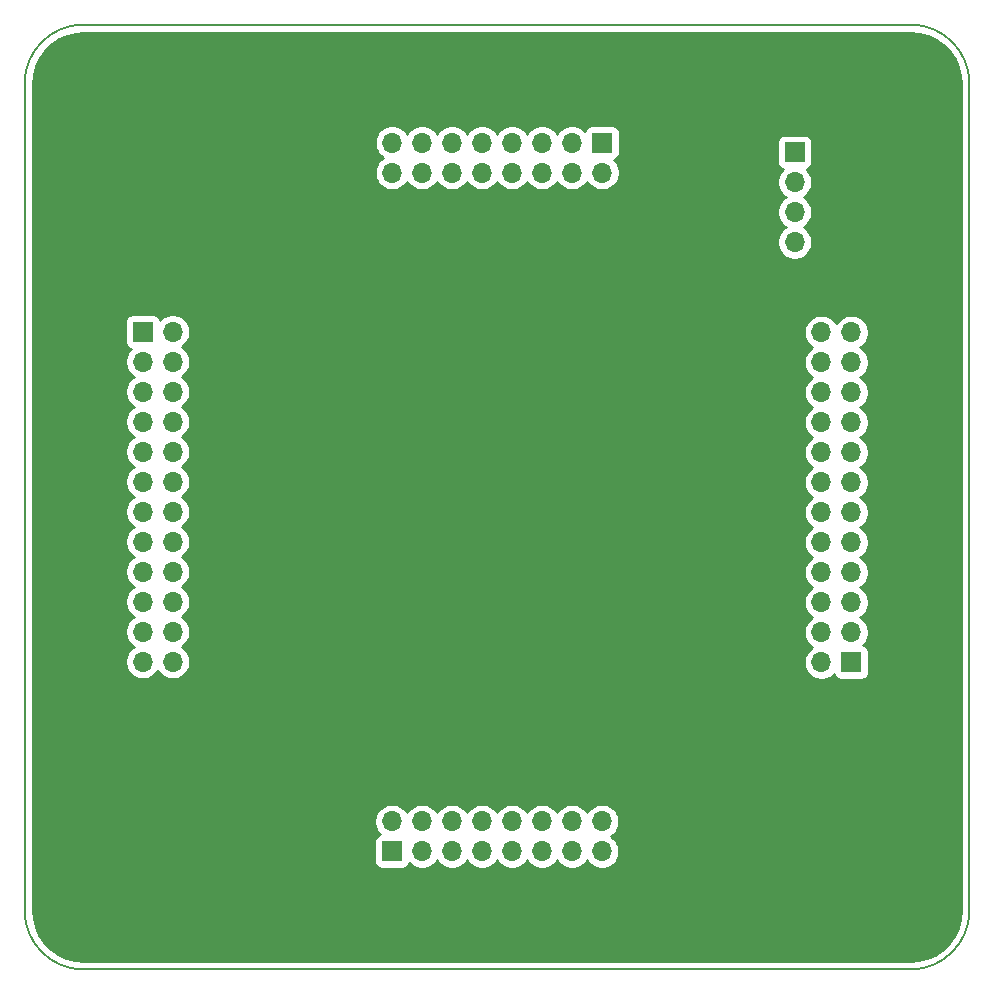
<source format=gbr>
G04 #@! TF.GenerationSoftware,KiCad,Pcbnew,5.1.6-c6e7f7d~86~ubuntu20.04.1*
G04 #@! TF.CreationDate,2020-05-17T15:59:45+03:00*
G04 #@! TF.ProjectId,GB-BRK-CPU-G2,47422d42-524b-42d4-9350-552d47322e6b,v1.1*
G04 #@! TF.SameCoordinates,Original*
G04 #@! TF.FileFunction,Copper,L2,Bot*
G04 #@! TF.FilePolarity,Positive*
%FSLAX46Y46*%
G04 Gerber Fmt 4.6, Leading zero omitted, Abs format (unit mm)*
G04 Created by KiCad (PCBNEW 5.1.6-c6e7f7d~86~ubuntu20.04.1) date 2020-05-17 15:59:45*
%MOMM*%
%LPD*%
G01*
G04 APERTURE LIST*
G04 #@! TA.AperFunction,Profile*
%ADD10C,0.150000*%
G04 #@! TD*
G04 #@! TA.AperFunction,ComponentPad*
%ADD11C,0.800000*%
G04 #@! TD*
G04 #@! TA.AperFunction,ComponentPad*
%ADD12C,6.400000*%
G04 #@! TD*
G04 #@! TA.AperFunction,ComponentPad*
%ADD13O,1.700000X1.700000*%
G04 #@! TD*
G04 #@! TA.AperFunction,ComponentPad*
%ADD14R,1.700000X1.700000*%
G04 #@! TD*
G04 #@! TA.AperFunction,ViaPad*
%ADD15C,0.800000*%
G04 #@! TD*
G04 #@! TA.AperFunction,Conductor*
%ADD16C,0.254000*%
G04 #@! TD*
G04 APERTURE END LIST*
D10*
X140000000Y-135000000D02*
G75*
G02*
X135000000Y-140000000I-5000000J0D01*
G01*
X65000000Y-140000000D02*
G75*
G02*
X60000000Y-135000000I0J5000000D01*
G01*
X60000000Y-65000000D02*
G75*
G02*
X65000000Y-60000000I5000000J0D01*
G01*
X135000000Y-60000000D02*
G75*
G02*
X140000000Y-65000000I0J-5000000D01*
G01*
X135000000Y-60000000D02*
X65000000Y-60000000D01*
X140000000Y-135000000D02*
X140000000Y-65000000D01*
X65000000Y-140000000D02*
X135000000Y-140000000D01*
X60000000Y-65000000D02*
X60000000Y-135000000D01*
D11*
X66697056Y-133302944D03*
X65000000Y-132600000D03*
X63302944Y-133302944D03*
X62600000Y-135000000D03*
X63302944Y-136697056D03*
X65000000Y-137400000D03*
X66697056Y-136697056D03*
X67400000Y-135000000D03*
D12*
X65000000Y-135000000D03*
D11*
X66697056Y-63302944D03*
X65000000Y-62600000D03*
X63302944Y-63302944D03*
X62600000Y-65000000D03*
X63302944Y-66697056D03*
X65000000Y-67400000D03*
X66697056Y-66697056D03*
X67400000Y-65000000D03*
D12*
X65000000Y-65000000D03*
D11*
X136697056Y-63302944D03*
X135000000Y-62600000D03*
X133302944Y-63302944D03*
X132600000Y-65000000D03*
X133302944Y-66697056D03*
X135000000Y-67400000D03*
X136697056Y-66697056D03*
X137400000Y-65000000D03*
D12*
X135000000Y-65000000D03*
D11*
X136697056Y-133302944D03*
X135000000Y-132600000D03*
X133302944Y-133302944D03*
X132600000Y-135000000D03*
X133302944Y-136697056D03*
X135000000Y-137400000D03*
X136697056Y-136697056D03*
X137400000Y-135000000D03*
D12*
X135000000Y-135000000D03*
D13*
X120400000Y-126920000D03*
X120400000Y-124380000D03*
X120400000Y-121840000D03*
D14*
X120400000Y-119300000D03*
D13*
X72540000Y-113940000D03*
X70000000Y-113940000D03*
X72540000Y-111400000D03*
X70000000Y-111400000D03*
X72540000Y-108860000D03*
X70000000Y-108860000D03*
X72540000Y-106320000D03*
X70000000Y-106320000D03*
X72540000Y-103780000D03*
X70000000Y-103780000D03*
X72540000Y-101240000D03*
X70000000Y-101240000D03*
X72540000Y-98700000D03*
X70000000Y-98700000D03*
X72540000Y-96160000D03*
X70000000Y-96160000D03*
X72540000Y-93620000D03*
X70000000Y-93620000D03*
X72540000Y-91080000D03*
X70000000Y-91080000D03*
X72540000Y-88540000D03*
X70000000Y-88540000D03*
X72540000Y-86000000D03*
D14*
X70000000Y-86000000D03*
D13*
X108880000Y-127460000D03*
X108880000Y-130000000D03*
X106340000Y-127460000D03*
X106340000Y-130000000D03*
X103800000Y-127460000D03*
X103800000Y-130000000D03*
X101260000Y-127460000D03*
X101260000Y-130000000D03*
X98720000Y-127460000D03*
X98720000Y-130000000D03*
X96180000Y-127460000D03*
X96180000Y-130000000D03*
X93640000Y-127460000D03*
X93640000Y-130000000D03*
X91100000Y-127460000D03*
D14*
X91100000Y-130000000D03*
D13*
X127460000Y-86060000D03*
X130000000Y-86060000D03*
X127460000Y-88600000D03*
X130000000Y-88600000D03*
X127460000Y-91140000D03*
X130000000Y-91140000D03*
X127460000Y-93680000D03*
X130000000Y-93680000D03*
X127460000Y-96220000D03*
X130000000Y-96220000D03*
X127460000Y-98760000D03*
X130000000Y-98760000D03*
X127460000Y-101300000D03*
X130000000Y-101300000D03*
X127460000Y-103840000D03*
X130000000Y-103840000D03*
X127460000Y-106380000D03*
X130000000Y-106380000D03*
X127460000Y-108920000D03*
X130000000Y-108920000D03*
X127460000Y-111460000D03*
X130000000Y-111460000D03*
X127460000Y-114000000D03*
D14*
X130000000Y-114000000D03*
D13*
X91120000Y-72540000D03*
X91120000Y-70000000D03*
X93660000Y-72540000D03*
X93660000Y-70000000D03*
X96200000Y-72540000D03*
X96200000Y-70000000D03*
X98740000Y-72540000D03*
X98740000Y-70000000D03*
X101280000Y-72540000D03*
X101280000Y-70000000D03*
X103820000Y-72540000D03*
X103820000Y-70000000D03*
X106360000Y-72540000D03*
X106360000Y-70000000D03*
X108900000Y-72540000D03*
D14*
X108900000Y-70000000D03*
D13*
X125200000Y-78420000D03*
X125200000Y-75880000D03*
X125200000Y-73340000D03*
D14*
X125200000Y-70800000D03*
D15*
X102400000Y-116700000D03*
X97600000Y-83300000D03*
X116700000Y-83300000D03*
X117300000Y-80200000D03*
X118500000Y-76600000D03*
X117800000Y-70400000D03*
D16*
G36*
X135759192Y-60780578D02*
G01*
X136494389Y-60981705D01*
X137182351Y-61309846D01*
X137801331Y-61754628D01*
X138331761Y-62301988D01*
X138756884Y-62934639D01*
X139063251Y-63632561D01*
X139242499Y-64379183D01*
X139290001Y-65026044D01*
X139290000Y-134968382D01*
X139219422Y-135759193D01*
X139018295Y-136494389D01*
X138690152Y-137182355D01*
X138245374Y-137801328D01*
X137698012Y-138331761D01*
X137065362Y-138756883D01*
X136367439Y-139063251D01*
X135620819Y-139242499D01*
X134973970Y-139290000D01*
X65031618Y-139290000D01*
X64240807Y-139219422D01*
X63505611Y-139018295D01*
X62817645Y-138690152D01*
X62198672Y-138245374D01*
X61668239Y-137698012D01*
X61243117Y-137065362D01*
X60936749Y-136367439D01*
X60757501Y-135620819D01*
X60710000Y-134973970D01*
X60710000Y-129150000D01*
X89611928Y-129150000D01*
X89611928Y-130850000D01*
X89624188Y-130974482D01*
X89660498Y-131094180D01*
X89719463Y-131204494D01*
X89798815Y-131301185D01*
X89895506Y-131380537D01*
X90005820Y-131439502D01*
X90125518Y-131475812D01*
X90250000Y-131488072D01*
X91950000Y-131488072D01*
X92074482Y-131475812D01*
X92194180Y-131439502D01*
X92304494Y-131380537D01*
X92401185Y-131301185D01*
X92480537Y-131204494D01*
X92539502Y-131094180D01*
X92561513Y-131021620D01*
X92693368Y-131153475D01*
X92936589Y-131315990D01*
X93206842Y-131427932D01*
X93493740Y-131485000D01*
X93786260Y-131485000D01*
X94073158Y-131427932D01*
X94343411Y-131315990D01*
X94586632Y-131153475D01*
X94793475Y-130946632D01*
X94910000Y-130772240D01*
X95026525Y-130946632D01*
X95233368Y-131153475D01*
X95476589Y-131315990D01*
X95746842Y-131427932D01*
X96033740Y-131485000D01*
X96326260Y-131485000D01*
X96613158Y-131427932D01*
X96883411Y-131315990D01*
X97126632Y-131153475D01*
X97333475Y-130946632D01*
X97450000Y-130772240D01*
X97566525Y-130946632D01*
X97773368Y-131153475D01*
X98016589Y-131315990D01*
X98286842Y-131427932D01*
X98573740Y-131485000D01*
X98866260Y-131485000D01*
X99153158Y-131427932D01*
X99423411Y-131315990D01*
X99666632Y-131153475D01*
X99873475Y-130946632D01*
X99990000Y-130772240D01*
X100106525Y-130946632D01*
X100313368Y-131153475D01*
X100556589Y-131315990D01*
X100826842Y-131427932D01*
X101113740Y-131485000D01*
X101406260Y-131485000D01*
X101693158Y-131427932D01*
X101963411Y-131315990D01*
X102206632Y-131153475D01*
X102413475Y-130946632D01*
X102530000Y-130772240D01*
X102646525Y-130946632D01*
X102853368Y-131153475D01*
X103096589Y-131315990D01*
X103366842Y-131427932D01*
X103653740Y-131485000D01*
X103946260Y-131485000D01*
X104233158Y-131427932D01*
X104503411Y-131315990D01*
X104746632Y-131153475D01*
X104953475Y-130946632D01*
X105070000Y-130772240D01*
X105186525Y-130946632D01*
X105393368Y-131153475D01*
X105636589Y-131315990D01*
X105906842Y-131427932D01*
X106193740Y-131485000D01*
X106486260Y-131485000D01*
X106773158Y-131427932D01*
X107043411Y-131315990D01*
X107286632Y-131153475D01*
X107493475Y-130946632D01*
X107610000Y-130772240D01*
X107726525Y-130946632D01*
X107933368Y-131153475D01*
X108176589Y-131315990D01*
X108446842Y-131427932D01*
X108733740Y-131485000D01*
X109026260Y-131485000D01*
X109313158Y-131427932D01*
X109583411Y-131315990D01*
X109826632Y-131153475D01*
X110033475Y-130946632D01*
X110195990Y-130703411D01*
X110307932Y-130433158D01*
X110365000Y-130146260D01*
X110365000Y-129853740D01*
X110307932Y-129566842D01*
X110195990Y-129296589D01*
X110033475Y-129053368D01*
X109826632Y-128846525D01*
X109652240Y-128730000D01*
X109826632Y-128613475D01*
X110033475Y-128406632D01*
X110195990Y-128163411D01*
X110307932Y-127893158D01*
X110365000Y-127606260D01*
X110365000Y-127313740D01*
X110307932Y-127026842D01*
X110195990Y-126756589D01*
X110033475Y-126513368D01*
X109826632Y-126306525D01*
X109583411Y-126144010D01*
X109313158Y-126032068D01*
X109026260Y-125975000D01*
X108733740Y-125975000D01*
X108446842Y-126032068D01*
X108176589Y-126144010D01*
X107933368Y-126306525D01*
X107726525Y-126513368D01*
X107610000Y-126687760D01*
X107493475Y-126513368D01*
X107286632Y-126306525D01*
X107043411Y-126144010D01*
X106773158Y-126032068D01*
X106486260Y-125975000D01*
X106193740Y-125975000D01*
X105906842Y-126032068D01*
X105636589Y-126144010D01*
X105393368Y-126306525D01*
X105186525Y-126513368D01*
X105070000Y-126687760D01*
X104953475Y-126513368D01*
X104746632Y-126306525D01*
X104503411Y-126144010D01*
X104233158Y-126032068D01*
X103946260Y-125975000D01*
X103653740Y-125975000D01*
X103366842Y-126032068D01*
X103096589Y-126144010D01*
X102853368Y-126306525D01*
X102646525Y-126513368D01*
X102530000Y-126687760D01*
X102413475Y-126513368D01*
X102206632Y-126306525D01*
X101963411Y-126144010D01*
X101693158Y-126032068D01*
X101406260Y-125975000D01*
X101113740Y-125975000D01*
X100826842Y-126032068D01*
X100556589Y-126144010D01*
X100313368Y-126306525D01*
X100106525Y-126513368D01*
X99990000Y-126687760D01*
X99873475Y-126513368D01*
X99666632Y-126306525D01*
X99423411Y-126144010D01*
X99153158Y-126032068D01*
X98866260Y-125975000D01*
X98573740Y-125975000D01*
X98286842Y-126032068D01*
X98016589Y-126144010D01*
X97773368Y-126306525D01*
X97566525Y-126513368D01*
X97450000Y-126687760D01*
X97333475Y-126513368D01*
X97126632Y-126306525D01*
X96883411Y-126144010D01*
X96613158Y-126032068D01*
X96326260Y-125975000D01*
X96033740Y-125975000D01*
X95746842Y-126032068D01*
X95476589Y-126144010D01*
X95233368Y-126306525D01*
X95026525Y-126513368D01*
X94910000Y-126687760D01*
X94793475Y-126513368D01*
X94586632Y-126306525D01*
X94343411Y-126144010D01*
X94073158Y-126032068D01*
X93786260Y-125975000D01*
X93493740Y-125975000D01*
X93206842Y-126032068D01*
X92936589Y-126144010D01*
X92693368Y-126306525D01*
X92486525Y-126513368D01*
X92370000Y-126687760D01*
X92253475Y-126513368D01*
X92046632Y-126306525D01*
X91803411Y-126144010D01*
X91533158Y-126032068D01*
X91246260Y-125975000D01*
X90953740Y-125975000D01*
X90666842Y-126032068D01*
X90396589Y-126144010D01*
X90153368Y-126306525D01*
X89946525Y-126513368D01*
X89784010Y-126756589D01*
X89672068Y-127026842D01*
X89615000Y-127313740D01*
X89615000Y-127606260D01*
X89672068Y-127893158D01*
X89784010Y-128163411D01*
X89946525Y-128406632D01*
X90078380Y-128538487D01*
X90005820Y-128560498D01*
X89895506Y-128619463D01*
X89798815Y-128698815D01*
X89719463Y-128795506D01*
X89660498Y-128905820D01*
X89624188Y-129025518D01*
X89611928Y-129150000D01*
X60710000Y-129150000D01*
X60710000Y-85150000D01*
X68511928Y-85150000D01*
X68511928Y-86850000D01*
X68524188Y-86974482D01*
X68560498Y-87094180D01*
X68619463Y-87204494D01*
X68698815Y-87301185D01*
X68795506Y-87380537D01*
X68905820Y-87439502D01*
X68978380Y-87461513D01*
X68846525Y-87593368D01*
X68684010Y-87836589D01*
X68572068Y-88106842D01*
X68515000Y-88393740D01*
X68515000Y-88686260D01*
X68572068Y-88973158D01*
X68684010Y-89243411D01*
X68846525Y-89486632D01*
X69053368Y-89693475D01*
X69227760Y-89810000D01*
X69053368Y-89926525D01*
X68846525Y-90133368D01*
X68684010Y-90376589D01*
X68572068Y-90646842D01*
X68515000Y-90933740D01*
X68515000Y-91226260D01*
X68572068Y-91513158D01*
X68684010Y-91783411D01*
X68846525Y-92026632D01*
X69053368Y-92233475D01*
X69227760Y-92350000D01*
X69053368Y-92466525D01*
X68846525Y-92673368D01*
X68684010Y-92916589D01*
X68572068Y-93186842D01*
X68515000Y-93473740D01*
X68515000Y-93766260D01*
X68572068Y-94053158D01*
X68684010Y-94323411D01*
X68846525Y-94566632D01*
X69053368Y-94773475D01*
X69227760Y-94890000D01*
X69053368Y-95006525D01*
X68846525Y-95213368D01*
X68684010Y-95456589D01*
X68572068Y-95726842D01*
X68515000Y-96013740D01*
X68515000Y-96306260D01*
X68572068Y-96593158D01*
X68684010Y-96863411D01*
X68846525Y-97106632D01*
X69053368Y-97313475D01*
X69227760Y-97430000D01*
X69053368Y-97546525D01*
X68846525Y-97753368D01*
X68684010Y-97996589D01*
X68572068Y-98266842D01*
X68515000Y-98553740D01*
X68515000Y-98846260D01*
X68572068Y-99133158D01*
X68684010Y-99403411D01*
X68846525Y-99646632D01*
X69053368Y-99853475D01*
X69227760Y-99970000D01*
X69053368Y-100086525D01*
X68846525Y-100293368D01*
X68684010Y-100536589D01*
X68572068Y-100806842D01*
X68515000Y-101093740D01*
X68515000Y-101386260D01*
X68572068Y-101673158D01*
X68684010Y-101943411D01*
X68846525Y-102186632D01*
X69053368Y-102393475D01*
X69227760Y-102510000D01*
X69053368Y-102626525D01*
X68846525Y-102833368D01*
X68684010Y-103076589D01*
X68572068Y-103346842D01*
X68515000Y-103633740D01*
X68515000Y-103926260D01*
X68572068Y-104213158D01*
X68684010Y-104483411D01*
X68846525Y-104726632D01*
X69053368Y-104933475D01*
X69227760Y-105050000D01*
X69053368Y-105166525D01*
X68846525Y-105373368D01*
X68684010Y-105616589D01*
X68572068Y-105886842D01*
X68515000Y-106173740D01*
X68515000Y-106466260D01*
X68572068Y-106753158D01*
X68684010Y-107023411D01*
X68846525Y-107266632D01*
X69053368Y-107473475D01*
X69227760Y-107590000D01*
X69053368Y-107706525D01*
X68846525Y-107913368D01*
X68684010Y-108156589D01*
X68572068Y-108426842D01*
X68515000Y-108713740D01*
X68515000Y-109006260D01*
X68572068Y-109293158D01*
X68684010Y-109563411D01*
X68846525Y-109806632D01*
X69053368Y-110013475D01*
X69227760Y-110130000D01*
X69053368Y-110246525D01*
X68846525Y-110453368D01*
X68684010Y-110696589D01*
X68572068Y-110966842D01*
X68515000Y-111253740D01*
X68515000Y-111546260D01*
X68572068Y-111833158D01*
X68684010Y-112103411D01*
X68846525Y-112346632D01*
X69053368Y-112553475D01*
X69227760Y-112670000D01*
X69053368Y-112786525D01*
X68846525Y-112993368D01*
X68684010Y-113236589D01*
X68572068Y-113506842D01*
X68515000Y-113793740D01*
X68515000Y-114086260D01*
X68572068Y-114373158D01*
X68684010Y-114643411D01*
X68846525Y-114886632D01*
X69053368Y-115093475D01*
X69296589Y-115255990D01*
X69566842Y-115367932D01*
X69853740Y-115425000D01*
X70146260Y-115425000D01*
X70433158Y-115367932D01*
X70703411Y-115255990D01*
X70946632Y-115093475D01*
X71153475Y-114886632D01*
X71270000Y-114712240D01*
X71386525Y-114886632D01*
X71593368Y-115093475D01*
X71836589Y-115255990D01*
X72106842Y-115367932D01*
X72393740Y-115425000D01*
X72686260Y-115425000D01*
X72973158Y-115367932D01*
X73243411Y-115255990D01*
X73486632Y-115093475D01*
X73693475Y-114886632D01*
X73855990Y-114643411D01*
X73967932Y-114373158D01*
X74025000Y-114086260D01*
X74025000Y-113793740D01*
X73967932Y-113506842D01*
X73855990Y-113236589D01*
X73693475Y-112993368D01*
X73486632Y-112786525D01*
X73312240Y-112670000D01*
X73486632Y-112553475D01*
X73693475Y-112346632D01*
X73855990Y-112103411D01*
X73967932Y-111833158D01*
X74025000Y-111546260D01*
X74025000Y-111253740D01*
X73967932Y-110966842D01*
X73855990Y-110696589D01*
X73693475Y-110453368D01*
X73486632Y-110246525D01*
X73312240Y-110130000D01*
X73486632Y-110013475D01*
X73693475Y-109806632D01*
X73855990Y-109563411D01*
X73967932Y-109293158D01*
X74025000Y-109006260D01*
X74025000Y-108713740D01*
X73967932Y-108426842D01*
X73855990Y-108156589D01*
X73693475Y-107913368D01*
X73486632Y-107706525D01*
X73312240Y-107590000D01*
X73486632Y-107473475D01*
X73693475Y-107266632D01*
X73855990Y-107023411D01*
X73967932Y-106753158D01*
X74025000Y-106466260D01*
X74025000Y-106173740D01*
X73967932Y-105886842D01*
X73855990Y-105616589D01*
X73693475Y-105373368D01*
X73486632Y-105166525D01*
X73312240Y-105050000D01*
X73486632Y-104933475D01*
X73693475Y-104726632D01*
X73855990Y-104483411D01*
X73967932Y-104213158D01*
X74025000Y-103926260D01*
X74025000Y-103633740D01*
X73967932Y-103346842D01*
X73855990Y-103076589D01*
X73693475Y-102833368D01*
X73486632Y-102626525D01*
X73312240Y-102510000D01*
X73486632Y-102393475D01*
X73693475Y-102186632D01*
X73855990Y-101943411D01*
X73967932Y-101673158D01*
X74025000Y-101386260D01*
X74025000Y-101093740D01*
X73967932Y-100806842D01*
X73855990Y-100536589D01*
X73693475Y-100293368D01*
X73486632Y-100086525D01*
X73312240Y-99970000D01*
X73486632Y-99853475D01*
X73693475Y-99646632D01*
X73855990Y-99403411D01*
X73967932Y-99133158D01*
X74025000Y-98846260D01*
X74025000Y-98553740D01*
X73967932Y-98266842D01*
X73855990Y-97996589D01*
X73693475Y-97753368D01*
X73486632Y-97546525D01*
X73312240Y-97430000D01*
X73486632Y-97313475D01*
X73693475Y-97106632D01*
X73855990Y-96863411D01*
X73967932Y-96593158D01*
X74025000Y-96306260D01*
X74025000Y-96013740D01*
X73967932Y-95726842D01*
X73855990Y-95456589D01*
X73693475Y-95213368D01*
X73486632Y-95006525D01*
X73312240Y-94890000D01*
X73486632Y-94773475D01*
X73693475Y-94566632D01*
X73855990Y-94323411D01*
X73967932Y-94053158D01*
X74025000Y-93766260D01*
X74025000Y-93473740D01*
X73967932Y-93186842D01*
X73855990Y-92916589D01*
X73693475Y-92673368D01*
X73486632Y-92466525D01*
X73312240Y-92350000D01*
X73486632Y-92233475D01*
X73693475Y-92026632D01*
X73855990Y-91783411D01*
X73967932Y-91513158D01*
X74025000Y-91226260D01*
X74025000Y-90933740D01*
X73967932Y-90646842D01*
X73855990Y-90376589D01*
X73693475Y-90133368D01*
X73486632Y-89926525D01*
X73312240Y-89810000D01*
X73486632Y-89693475D01*
X73693475Y-89486632D01*
X73855990Y-89243411D01*
X73967932Y-88973158D01*
X74025000Y-88686260D01*
X74025000Y-88393740D01*
X73967932Y-88106842D01*
X73855990Y-87836589D01*
X73693475Y-87593368D01*
X73486632Y-87386525D01*
X73312240Y-87270000D01*
X73486632Y-87153475D01*
X73693475Y-86946632D01*
X73855990Y-86703411D01*
X73967932Y-86433158D01*
X74025000Y-86146260D01*
X74025000Y-85913740D01*
X125975000Y-85913740D01*
X125975000Y-86206260D01*
X126032068Y-86493158D01*
X126144010Y-86763411D01*
X126306525Y-87006632D01*
X126513368Y-87213475D01*
X126687760Y-87330000D01*
X126513368Y-87446525D01*
X126306525Y-87653368D01*
X126144010Y-87896589D01*
X126032068Y-88166842D01*
X125975000Y-88453740D01*
X125975000Y-88746260D01*
X126032068Y-89033158D01*
X126144010Y-89303411D01*
X126306525Y-89546632D01*
X126513368Y-89753475D01*
X126687760Y-89870000D01*
X126513368Y-89986525D01*
X126306525Y-90193368D01*
X126144010Y-90436589D01*
X126032068Y-90706842D01*
X125975000Y-90993740D01*
X125975000Y-91286260D01*
X126032068Y-91573158D01*
X126144010Y-91843411D01*
X126306525Y-92086632D01*
X126513368Y-92293475D01*
X126687760Y-92410000D01*
X126513368Y-92526525D01*
X126306525Y-92733368D01*
X126144010Y-92976589D01*
X126032068Y-93246842D01*
X125975000Y-93533740D01*
X125975000Y-93826260D01*
X126032068Y-94113158D01*
X126144010Y-94383411D01*
X126306525Y-94626632D01*
X126513368Y-94833475D01*
X126687760Y-94950000D01*
X126513368Y-95066525D01*
X126306525Y-95273368D01*
X126144010Y-95516589D01*
X126032068Y-95786842D01*
X125975000Y-96073740D01*
X125975000Y-96366260D01*
X126032068Y-96653158D01*
X126144010Y-96923411D01*
X126306525Y-97166632D01*
X126513368Y-97373475D01*
X126687760Y-97490000D01*
X126513368Y-97606525D01*
X126306525Y-97813368D01*
X126144010Y-98056589D01*
X126032068Y-98326842D01*
X125975000Y-98613740D01*
X125975000Y-98906260D01*
X126032068Y-99193158D01*
X126144010Y-99463411D01*
X126306525Y-99706632D01*
X126513368Y-99913475D01*
X126687760Y-100030000D01*
X126513368Y-100146525D01*
X126306525Y-100353368D01*
X126144010Y-100596589D01*
X126032068Y-100866842D01*
X125975000Y-101153740D01*
X125975000Y-101446260D01*
X126032068Y-101733158D01*
X126144010Y-102003411D01*
X126306525Y-102246632D01*
X126513368Y-102453475D01*
X126687760Y-102570000D01*
X126513368Y-102686525D01*
X126306525Y-102893368D01*
X126144010Y-103136589D01*
X126032068Y-103406842D01*
X125975000Y-103693740D01*
X125975000Y-103986260D01*
X126032068Y-104273158D01*
X126144010Y-104543411D01*
X126306525Y-104786632D01*
X126513368Y-104993475D01*
X126687760Y-105110000D01*
X126513368Y-105226525D01*
X126306525Y-105433368D01*
X126144010Y-105676589D01*
X126032068Y-105946842D01*
X125975000Y-106233740D01*
X125975000Y-106526260D01*
X126032068Y-106813158D01*
X126144010Y-107083411D01*
X126306525Y-107326632D01*
X126513368Y-107533475D01*
X126687760Y-107650000D01*
X126513368Y-107766525D01*
X126306525Y-107973368D01*
X126144010Y-108216589D01*
X126032068Y-108486842D01*
X125975000Y-108773740D01*
X125975000Y-109066260D01*
X126032068Y-109353158D01*
X126144010Y-109623411D01*
X126306525Y-109866632D01*
X126513368Y-110073475D01*
X126687760Y-110190000D01*
X126513368Y-110306525D01*
X126306525Y-110513368D01*
X126144010Y-110756589D01*
X126032068Y-111026842D01*
X125975000Y-111313740D01*
X125975000Y-111606260D01*
X126032068Y-111893158D01*
X126144010Y-112163411D01*
X126306525Y-112406632D01*
X126513368Y-112613475D01*
X126687760Y-112730000D01*
X126513368Y-112846525D01*
X126306525Y-113053368D01*
X126144010Y-113296589D01*
X126032068Y-113566842D01*
X125975000Y-113853740D01*
X125975000Y-114146260D01*
X126032068Y-114433158D01*
X126144010Y-114703411D01*
X126306525Y-114946632D01*
X126513368Y-115153475D01*
X126756589Y-115315990D01*
X127026842Y-115427932D01*
X127313740Y-115485000D01*
X127606260Y-115485000D01*
X127893158Y-115427932D01*
X128163411Y-115315990D01*
X128406632Y-115153475D01*
X128538487Y-115021620D01*
X128560498Y-115094180D01*
X128619463Y-115204494D01*
X128698815Y-115301185D01*
X128795506Y-115380537D01*
X128905820Y-115439502D01*
X129025518Y-115475812D01*
X129150000Y-115488072D01*
X130850000Y-115488072D01*
X130974482Y-115475812D01*
X131094180Y-115439502D01*
X131204494Y-115380537D01*
X131301185Y-115301185D01*
X131380537Y-115204494D01*
X131439502Y-115094180D01*
X131475812Y-114974482D01*
X131488072Y-114850000D01*
X131488072Y-113150000D01*
X131475812Y-113025518D01*
X131439502Y-112905820D01*
X131380537Y-112795506D01*
X131301185Y-112698815D01*
X131204494Y-112619463D01*
X131094180Y-112560498D01*
X131021620Y-112538487D01*
X131153475Y-112406632D01*
X131315990Y-112163411D01*
X131427932Y-111893158D01*
X131485000Y-111606260D01*
X131485000Y-111313740D01*
X131427932Y-111026842D01*
X131315990Y-110756589D01*
X131153475Y-110513368D01*
X130946632Y-110306525D01*
X130772240Y-110190000D01*
X130946632Y-110073475D01*
X131153475Y-109866632D01*
X131315990Y-109623411D01*
X131427932Y-109353158D01*
X131485000Y-109066260D01*
X131485000Y-108773740D01*
X131427932Y-108486842D01*
X131315990Y-108216589D01*
X131153475Y-107973368D01*
X130946632Y-107766525D01*
X130772240Y-107650000D01*
X130946632Y-107533475D01*
X131153475Y-107326632D01*
X131315990Y-107083411D01*
X131427932Y-106813158D01*
X131485000Y-106526260D01*
X131485000Y-106233740D01*
X131427932Y-105946842D01*
X131315990Y-105676589D01*
X131153475Y-105433368D01*
X130946632Y-105226525D01*
X130772240Y-105110000D01*
X130946632Y-104993475D01*
X131153475Y-104786632D01*
X131315990Y-104543411D01*
X131427932Y-104273158D01*
X131485000Y-103986260D01*
X131485000Y-103693740D01*
X131427932Y-103406842D01*
X131315990Y-103136589D01*
X131153475Y-102893368D01*
X130946632Y-102686525D01*
X130772240Y-102570000D01*
X130946632Y-102453475D01*
X131153475Y-102246632D01*
X131315990Y-102003411D01*
X131427932Y-101733158D01*
X131485000Y-101446260D01*
X131485000Y-101153740D01*
X131427932Y-100866842D01*
X131315990Y-100596589D01*
X131153475Y-100353368D01*
X130946632Y-100146525D01*
X130772240Y-100030000D01*
X130946632Y-99913475D01*
X131153475Y-99706632D01*
X131315990Y-99463411D01*
X131427932Y-99193158D01*
X131485000Y-98906260D01*
X131485000Y-98613740D01*
X131427932Y-98326842D01*
X131315990Y-98056589D01*
X131153475Y-97813368D01*
X130946632Y-97606525D01*
X130772240Y-97490000D01*
X130946632Y-97373475D01*
X131153475Y-97166632D01*
X131315990Y-96923411D01*
X131427932Y-96653158D01*
X131485000Y-96366260D01*
X131485000Y-96073740D01*
X131427932Y-95786842D01*
X131315990Y-95516589D01*
X131153475Y-95273368D01*
X130946632Y-95066525D01*
X130772240Y-94950000D01*
X130946632Y-94833475D01*
X131153475Y-94626632D01*
X131315990Y-94383411D01*
X131427932Y-94113158D01*
X131485000Y-93826260D01*
X131485000Y-93533740D01*
X131427932Y-93246842D01*
X131315990Y-92976589D01*
X131153475Y-92733368D01*
X130946632Y-92526525D01*
X130772240Y-92410000D01*
X130946632Y-92293475D01*
X131153475Y-92086632D01*
X131315990Y-91843411D01*
X131427932Y-91573158D01*
X131485000Y-91286260D01*
X131485000Y-90993740D01*
X131427932Y-90706842D01*
X131315990Y-90436589D01*
X131153475Y-90193368D01*
X130946632Y-89986525D01*
X130772240Y-89870000D01*
X130946632Y-89753475D01*
X131153475Y-89546632D01*
X131315990Y-89303411D01*
X131427932Y-89033158D01*
X131485000Y-88746260D01*
X131485000Y-88453740D01*
X131427932Y-88166842D01*
X131315990Y-87896589D01*
X131153475Y-87653368D01*
X130946632Y-87446525D01*
X130772240Y-87330000D01*
X130946632Y-87213475D01*
X131153475Y-87006632D01*
X131315990Y-86763411D01*
X131427932Y-86493158D01*
X131485000Y-86206260D01*
X131485000Y-85913740D01*
X131427932Y-85626842D01*
X131315990Y-85356589D01*
X131153475Y-85113368D01*
X130946632Y-84906525D01*
X130703411Y-84744010D01*
X130433158Y-84632068D01*
X130146260Y-84575000D01*
X129853740Y-84575000D01*
X129566842Y-84632068D01*
X129296589Y-84744010D01*
X129053368Y-84906525D01*
X128846525Y-85113368D01*
X128730000Y-85287760D01*
X128613475Y-85113368D01*
X128406632Y-84906525D01*
X128163411Y-84744010D01*
X127893158Y-84632068D01*
X127606260Y-84575000D01*
X127313740Y-84575000D01*
X127026842Y-84632068D01*
X126756589Y-84744010D01*
X126513368Y-84906525D01*
X126306525Y-85113368D01*
X126144010Y-85356589D01*
X126032068Y-85626842D01*
X125975000Y-85913740D01*
X74025000Y-85913740D01*
X74025000Y-85853740D01*
X73967932Y-85566842D01*
X73855990Y-85296589D01*
X73693475Y-85053368D01*
X73486632Y-84846525D01*
X73243411Y-84684010D01*
X72973158Y-84572068D01*
X72686260Y-84515000D01*
X72393740Y-84515000D01*
X72106842Y-84572068D01*
X71836589Y-84684010D01*
X71593368Y-84846525D01*
X71461513Y-84978380D01*
X71439502Y-84905820D01*
X71380537Y-84795506D01*
X71301185Y-84698815D01*
X71204494Y-84619463D01*
X71094180Y-84560498D01*
X70974482Y-84524188D01*
X70850000Y-84511928D01*
X69150000Y-84511928D01*
X69025518Y-84524188D01*
X68905820Y-84560498D01*
X68795506Y-84619463D01*
X68698815Y-84698815D01*
X68619463Y-84795506D01*
X68560498Y-84905820D01*
X68524188Y-85025518D01*
X68511928Y-85150000D01*
X60710000Y-85150000D01*
X60710000Y-69853740D01*
X89635000Y-69853740D01*
X89635000Y-70146260D01*
X89692068Y-70433158D01*
X89804010Y-70703411D01*
X89966525Y-70946632D01*
X90173368Y-71153475D01*
X90347760Y-71270000D01*
X90173368Y-71386525D01*
X89966525Y-71593368D01*
X89804010Y-71836589D01*
X89692068Y-72106842D01*
X89635000Y-72393740D01*
X89635000Y-72686260D01*
X89692068Y-72973158D01*
X89804010Y-73243411D01*
X89966525Y-73486632D01*
X90173368Y-73693475D01*
X90416589Y-73855990D01*
X90686842Y-73967932D01*
X90973740Y-74025000D01*
X91266260Y-74025000D01*
X91553158Y-73967932D01*
X91823411Y-73855990D01*
X92066632Y-73693475D01*
X92273475Y-73486632D01*
X92390000Y-73312240D01*
X92506525Y-73486632D01*
X92713368Y-73693475D01*
X92956589Y-73855990D01*
X93226842Y-73967932D01*
X93513740Y-74025000D01*
X93806260Y-74025000D01*
X94093158Y-73967932D01*
X94363411Y-73855990D01*
X94606632Y-73693475D01*
X94813475Y-73486632D01*
X94930000Y-73312240D01*
X95046525Y-73486632D01*
X95253368Y-73693475D01*
X95496589Y-73855990D01*
X95766842Y-73967932D01*
X96053740Y-74025000D01*
X96346260Y-74025000D01*
X96633158Y-73967932D01*
X96903411Y-73855990D01*
X97146632Y-73693475D01*
X97353475Y-73486632D01*
X97470000Y-73312240D01*
X97586525Y-73486632D01*
X97793368Y-73693475D01*
X98036589Y-73855990D01*
X98306842Y-73967932D01*
X98593740Y-74025000D01*
X98886260Y-74025000D01*
X99173158Y-73967932D01*
X99443411Y-73855990D01*
X99686632Y-73693475D01*
X99893475Y-73486632D01*
X100010000Y-73312240D01*
X100126525Y-73486632D01*
X100333368Y-73693475D01*
X100576589Y-73855990D01*
X100846842Y-73967932D01*
X101133740Y-74025000D01*
X101426260Y-74025000D01*
X101713158Y-73967932D01*
X101983411Y-73855990D01*
X102226632Y-73693475D01*
X102433475Y-73486632D01*
X102550000Y-73312240D01*
X102666525Y-73486632D01*
X102873368Y-73693475D01*
X103116589Y-73855990D01*
X103386842Y-73967932D01*
X103673740Y-74025000D01*
X103966260Y-74025000D01*
X104253158Y-73967932D01*
X104523411Y-73855990D01*
X104766632Y-73693475D01*
X104973475Y-73486632D01*
X105090000Y-73312240D01*
X105206525Y-73486632D01*
X105413368Y-73693475D01*
X105656589Y-73855990D01*
X105926842Y-73967932D01*
X106213740Y-74025000D01*
X106506260Y-74025000D01*
X106793158Y-73967932D01*
X107063411Y-73855990D01*
X107306632Y-73693475D01*
X107513475Y-73486632D01*
X107630000Y-73312240D01*
X107746525Y-73486632D01*
X107953368Y-73693475D01*
X108196589Y-73855990D01*
X108466842Y-73967932D01*
X108753740Y-74025000D01*
X109046260Y-74025000D01*
X109333158Y-73967932D01*
X109603411Y-73855990D01*
X109846632Y-73693475D01*
X110053475Y-73486632D01*
X110215990Y-73243411D01*
X110327932Y-72973158D01*
X110385000Y-72686260D01*
X110385000Y-72393740D01*
X110327932Y-72106842D01*
X110215990Y-71836589D01*
X110053475Y-71593368D01*
X109921620Y-71461513D01*
X109994180Y-71439502D01*
X110104494Y-71380537D01*
X110201185Y-71301185D01*
X110280537Y-71204494D01*
X110339502Y-71094180D01*
X110375812Y-70974482D01*
X110388072Y-70850000D01*
X110388072Y-69950000D01*
X123711928Y-69950000D01*
X123711928Y-71650000D01*
X123724188Y-71774482D01*
X123760498Y-71894180D01*
X123819463Y-72004494D01*
X123898815Y-72101185D01*
X123995506Y-72180537D01*
X124105820Y-72239502D01*
X124178380Y-72261513D01*
X124046525Y-72393368D01*
X123884010Y-72636589D01*
X123772068Y-72906842D01*
X123715000Y-73193740D01*
X123715000Y-73486260D01*
X123772068Y-73773158D01*
X123884010Y-74043411D01*
X124046525Y-74286632D01*
X124253368Y-74493475D01*
X124427760Y-74610000D01*
X124253368Y-74726525D01*
X124046525Y-74933368D01*
X123884010Y-75176589D01*
X123772068Y-75446842D01*
X123715000Y-75733740D01*
X123715000Y-76026260D01*
X123772068Y-76313158D01*
X123884010Y-76583411D01*
X124046525Y-76826632D01*
X124253368Y-77033475D01*
X124427760Y-77150000D01*
X124253368Y-77266525D01*
X124046525Y-77473368D01*
X123884010Y-77716589D01*
X123772068Y-77986842D01*
X123715000Y-78273740D01*
X123715000Y-78566260D01*
X123772068Y-78853158D01*
X123884010Y-79123411D01*
X124046525Y-79366632D01*
X124253368Y-79573475D01*
X124496589Y-79735990D01*
X124766842Y-79847932D01*
X125053740Y-79905000D01*
X125346260Y-79905000D01*
X125633158Y-79847932D01*
X125903411Y-79735990D01*
X126146632Y-79573475D01*
X126353475Y-79366632D01*
X126515990Y-79123411D01*
X126627932Y-78853158D01*
X126685000Y-78566260D01*
X126685000Y-78273740D01*
X126627932Y-77986842D01*
X126515990Y-77716589D01*
X126353475Y-77473368D01*
X126146632Y-77266525D01*
X125972240Y-77150000D01*
X126146632Y-77033475D01*
X126353475Y-76826632D01*
X126515990Y-76583411D01*
X126627932Y-76313158D01*
X126685000Y-76026260D01*
X126685000Y-75733740D01*
X126627932Y-75446842D01*
X126515990Y-75176589D01*
X126353475Y-74933368D01*
X126146632Y-74726525D01*
X125972240Y-74610000D01*
X126146632Y-74493475D01*
X126353475Y-74286632D01*
X126515990Y-74043411D01*
X126627932Y-73773158D01*
X126685000Y-73486260D01*
X126685000Y-73193740D01*
X126627932Y-72906842D01*
X126515990Y-72636589D01*
X126353475Y-72393368D01*
X126221620Y-72261513D01*
X126294180Y-72239502D01*
X126404494Y-72180537D01*
X126501185Y-72101185D01*
X126580537Y-72004494D01*
X126639502Y-71894180D01*
X126675812Y-71774482D01*
X126688072Y-71650000D01*
X126688072Y-69950000D01*
X126675812Y-69825518D01*
X126639502Y-69705820D01*
X126580537Y-69595506D01*
X126501185Y-69498815D01*
X126404494Y-69419463D01*
X126294180Y-69360498D01*
X126174482Y-69324188D01*
X126050000Y-69311928D01*
X124350000Y-69311928D01*
X124225518Y-69324188D01*
X124105820Y-69360498D01*
X123995506Y-69419463D01*
X123898815Y-69498815D01*
X123819463Y-69595506D01*
X123760498Y-69705820D01*
X123724188Y-69825518D01*
X123711928Y-69950000D01*
X110388072Y-69950000D01*
X110388072Y-69150000D01*
X110375812Y-69025518D01*
X110339502Y-68905820D01*
X110280537Y-68795506D01*
X110201185Y-68698815D01*
X110104494Y-68619463D01*
X109994180Y-68560498D01*
X109874482Y-68524188D01*
X109750000Y-68511928D01*
X108050000Y-68511928D01*
X107925518Y-68524188D01*
X107805820Y-68560498D01*
X107695506Y-68619463D01*
X107598815Y-68698815D01*
X107519463Y-68795506D01*
X107460498Y-68905820D01*
X107438487Y-68978380D01*
X107306632Y-68846525D01*
X107063411Y-68684010D01*
X106793158Y-68572068D01*
X106506260Y-68515000D01*
X106213740Y-68515000D01*
X105926842Y-68572068D01*
X105656589Y-68684010D01*
X105413368Y-68846525D01*
X105206525Y-69053368D01*
X105090000Y-69227760D01*
X104973475Y-69053368D01*
X104766632Y-68846525D01*
X104523411Y-68684010D01*
X104253158Y-68572068D01*
X103966260Y-68515000D01*
X103673740Y-68515000D01*
X103386842Y-68572068D01*
X103116589Y-68684010D01*
X102873368Y-68846525D01*
X102666525Y-69053368D01*
X102550000Y-69227760D01*
X102433475Y-69053368D01*
X102226632Y-68846525D01*
X101983411Y-68684010D01*
X101713158Y-68572068D01*
X101426260Y-68515000D01*
X101133740Y-68515000D01*
X100846842Y-68572068D01*
X100576589Y-68684010D01*
X100333368Y-68846525D01*
X100126525Y-69053368D01*
X100010000Y-69227760D01*
X99893475Y-69053368D01*
X99686632Y-68846525D01*
X99443411Y-68684010D01*
X99173158Y-68572068D01*
X98886260Y-68515000D01*
X98593740Y-68515000D01*
X98306842Y-68572068D01*
X98036589Y-68684010D01*
X97793368Y-68846525D01*
X97586525Y-69053368D01*
X97470000Y-69227760D01*
X97353475Y-69053368D01*
X97146632Y-68846525D01*
X96903411Y-68684010D01*
X96633158Y-68572068D01*
X96346260Y-68515000D01*
X96053740Y-68515000D01*
X95766842Y-68572068D01*
X95496589Y-68684010D01*
X95253368Y-68846525D01*
X95046525Y-69053368D01*
X94930000Y-69227760D01*
X94813475Y-69053368D01*
X94606632Y-68846525D01*
X94363411Y-68684010D01*
X94093158Y-68572068D01*
X93806260Y-68515000D01*
X93513740Y-68515000D01*
X93226842Y-68572068D01*
X92956589Y-68684010D01*
X92713368Y-68846525D01*
X92506525Y-69053368D01*
X92390000Y-69227760D01*
X92273475Y-69053368D01*
X92066632Y-68846525D01*
X91823411Y-68684010D01*
X91553158Y-68572068D01*
X91266260Y-68515000D01*
X90973740Y-68515000D01*
X90686842Y-68572068D01*
X90416589Y-68684010D01*
X90173368Y-68846525D01*
X89966525Y-69053368D01*
X89804010Y-69296589D01*
X89692068Y-69566842D01*
X89635000Y-69853740D01*
X60710000Y-69853740D01*
X60710000Y-65031618D01*
X60780578Y-64240808D01*
X60981705Y-63505611D01*
X61309846Y-62817649D01*
X61754628Y-62198669D01*
X62301988Y-61668239D01*
X62934639Y-61243116D01*
X63632561Y-60936749D01*
X64379183Y-60757501D01*
X65026030Y-60710000D01*
X134968382Y-60710000D01*
X135759192Y-60780578D01*
G37*
X135759192Y-60780578D02*
X136494389Y-60981705D01*
X137182351Y-61309846D01*
X137801331Y-61754628D01*
X138331761Y-62301988D01*
X138756884Y-62934639D01*
X139063251Y-63632561D01*
X139242499Y-64379183D01*
X139290001Y-65026044D01*
X139290000Y-134968382D01*
X139219422Y-135759193D01*
X139018295Y-136494389D01*
X138690152Y-137182355D01*
X138245374Y-137801328D01*
X137698012Y-138331761D01*
X137065362Y-138756883D01*
X136367439Y-139063251D01*
X135620819Y-139242499D01*
X134973970Y-139290000D01*
X65031618Y-139290000D01*
X64240807Y-139219422D01*
X63505611Y-139018295D01*
X62817645Y-138690152D01*
X62198672Y-138245374D01*
X61668239Y-137698012D01*
X61243117Y-137065362D01*
X60936749Y-136367439D01*
X60757501Y-135620819D01*
X60710000Y-134973970D01*
X60710000Y-129150000D01*
X89611928Y-129150000D01*
X89611928Y-130850000D01*
X89624188Y-130974482D01*
X89660498Y-131094180D01*
X89719463Y-131204494D01*
X89798815Y-131301185D01*
X89895506Y-131380537D01*
X90005820Y-131439502D01*
X90125518Y-131475812D01*
X90250000Y-131488072D01*
X91950000Y-131488072D01*
X92074482Y-131475812D01*
X92194180Y-131439502D01*
X92304494Y-131380537D01*
X92401185Y-131301185D01*
X92480537Y-131204494D01*
X92539502Y-131094180D01*
X92561513Y-131021620D01*
X92693368Y-131153475D01*
X92936589Y-131315990D01*
X93206842Y-131427932D01*
X93493740Y-131485000D01*
X93786260Y-131485000D01*
X94073158Y-131427932D01*
X94343411Y-131315990D01*
X94586632Y-131153475D01*
X94793475Y-130946632D01*
X94910000Y-130772240D01*
X95026525Y-130946632D01*
X95233368Y-131153475D01*
X95476589Y-131315990D01*
X95746842Y-131427932D01*
X96033740Y-131485000D01*
X96326260Y-131485000D01*
X96613158Y-131427932D01*
X96883411Y-131315990D01*
X97126632Y-131153475D01*
X97333475Y-130946632D01*
X97450000Y-130772240D01*
X97566525Y-130946632D01*
X97773368Y-131153475D01*
X98016589Y-131315990D01*
X98286842Y-131427932D01*
X98573740Y-131485000D01*
X98866260Y-131485000D01*
X99153158Y-131427932D01*
X99423411Y-131315990D01*
X99666632Y-131153475D01*
X99873475Y-130946632D01*
X99990000Y-130772240D01*
X100106525Y-130946632D01*
X100313368Y-131153475D01*
X100556589Y-131315990D01*
X100826842Y-131427932D01*
X101113740Y-131485000D01*
X101406260Y-131485000D01*
X101693158Y-131427932D01*
X101963411Y-131315990D01*
X102206632Y-131153475D01*
X102413475Y-130946632D01*
X102530000Y-130772240D01*
X102646525Y-130946632D01*
X102853368Y-131153475D01*
X103096589Y-131315990D01*
X103366842Y-131427932D01*
X103653740Y-131485000D01*
X103946260Y-131485000D01*
X104233158Y-131427932D01*
X104503411Y-131315990D01*
X104746632Y-131153475D01*
X104953475Y-130946632D01*
X105070000Y-130772240D01*
X105186525Y-130946632D01*
X105393368Y-131153475D01*
X105636589Y-131315990D01*
X105906842Y-131427932D01*
X106193740Y-131485000D01*
X106486260Y-131485000D01*
X106773158Y-131427932D01*
X107043411Y-131315990D01*
X107286632Y-131153475D01*
X107493475Y-130946632D01*
X107610000Y-130772240D01*
X107726525Y-130946632D01*
X107933368Y-131153475D01*
X108176589Y-131315990D01*
X108446842Y-131427932D01*
X108733740Y-131485000D01*
X109026260Y-131485000D01*
X109313158Y-131427932D01*
X109583411Y-131315990D01*
X109826632Y-131153475D01*
X110033475Y-130946632D01*
X110195990Y-130703411D01*
X110307932Y-130433158D01*
X110365000Y-130146260D01*
X110365000Y-129853740D01*
X110307932Y-129566842D01*
X110195990Y-129296589D01*
X110033475Y-129053368D01*
X109826632Y-128846525D01*
X109652240Y-128730000D01*
X109826632Y-128613475D01*
X110033475Y-128406632D01*
X110195990Y-128163411D01*
X110307932Y-127893158D01*
X110365000Y-127606260D01*
X110365000Y-127313740D01*
X110307932Y-127026842D01*
X110195990Y-126756589D01*
X110033475Y-126513368D01*
X109826632Y-126306525D01*
X109583411Y-126144010D01*
X109313158Y-126032068D01*
X109026260Y-125975000D01*
X108733740Y-125975000D01*
X108446842Y-126032068D01*
X108176589Y-126144010D01*
X107933368Y-126306525D01*
X107726525Y-126513368D01*
X107610000Y-126687760D01*
X107493475Y-126513368D01*
X107286632Y-126306525D01*
X107043411Y-126144010D01*
X106773158Y-126032068D01*
X106486260Y-125975000D01*
X106193740Y-125975000D01*
X105906842Y-126032068D01*
X105636589Y-126144010D01*
X105393368Y-126306525D01*
X105186525Y-126513368D01*
X105070000Y-126687760D01*
X104953475Y-126513368D01*
X104746632Y-126306525D01*
X104503411Y-126144010D01*
X104233158Y-126032068D01*
X103946260Y-125975000D01*
X103653740Y-125975000D01*
X103366842Y-126032068D01*
X103096589Y-126144010D01*
X102853368Y-126306525D01*
X102646525Y-126513368D01*
X102530000Y-126687760D01*
X102413475Y-126513368D01*
X102206632Y-126306525D01*
X101963411Y-126144010D01*
X101693158Y-126032068D01*
X101406260Y-125975000D01*
X101113740Y-125975000D01*
X100826842Y-126032068D01*
X100556589Y-126144010D01*
X100313368Y-126306525D01*
X100106525Y-126513368D01*
X99990000Y-126687760D01*
X99873475Y-126513368D01*
X99666632Y-126306525D01*
X99423411Y-126144010D01*
X99153158Y-126032068D01*
X98866260Y-125975000D01*
X98573740Y-125975000D01*
X98286842Y-126032068D01*
X98016589Y-126144010D01*
X97773368Y-126306525D01*
X97566525Y-126513368D01*
X97450000Y-126687760D01*
X97333475Y-126513368D01*
X97126632Y-126306525D01*
X96883411Y-126144010D01*
X96613158Y-126032068D01*
X96326260Y-125975000D01*
X96033740Y-125975000D01*
X95746842Y-126032068D01*
X95476589Y-126144010D01*
X95233368Y-126306525D01*
X95026525Y-126513368D01*
X94910000Y-126687760D01*
X94793475Y-126513368D01*
X94586632Y-126306525D01*
X94343411Y-126144010D01*
X94073158Y-126032068D01*
X93786260Y-125975000D01*
X93493740Y-125975000D01*
X93206842Y-126032068D01*
X92936589Y-126144010D01*
X92693368Y-126306525D01*
X92486525Y-126513368D01*
X92370000Y-126687760D01*
X92253475Y-126513368D01*
X92046632Y-126306525D01*
X91803411Y-126144010D01*
X91533158Y-126032068D01*
X91246260Y-125975000D01*
X90953740Y-125975000D01*
X90666842Y-126032068D01*
X90396589Y-126144010D01*
X90153368Y-126306525D01*
X89946525Y-126513368D01*
X89784010Y-126756589D01*
X89672068Y-127026842D01*
X89615000Y-127313740D01*
X89615000Y-127606260D01*
X89672068Y-127893158D01*
X89784010Y-128163411D01*
X89946525Y-128406632D01*
X90078380Y-128538487D01*
X90005820Y-128560498D01*
X89895506Y-128619463D01*
X89798815Y-128698815D01*
X89719463Y-128795506D01*
X89660498Y-128905820D01*
X89624188Y-129025518D01*
X89611928Y-129150000D01*
X60710000Y-129150000D01*
X60710000Y-85150000D01*
X68511928Y-85150000D01*
X68511928Y-86850000D01*
X68524188Y-86974482D01*
X68560498Y-87094180D01*
X68619463Y-87204494D01*
X68698815Y-87301185D01*
X68795506Y-87380537D01*
X68905820Y-87439502D01*
X68978380Y-87461513D01*
X68846525Y-87593368D01*
X68684010Y-87836589D01*
X68572068Y-88106842D01*
X68515000Y-88393740D01*
X68515000Y-88686260D01*
X68572068Y-88973158D01*
X68684010Y-89243411D01*
X68846525Y-89486632D01*
X69053368Y-89693475D01*
X69227760Y-89810000D01*
X69053368Y-89926525D01*
X68846525Y-90133368D01*
X68684010Y-90376589D01*
X68572068Y-90646842D01*
X68515000Y-90933740D01*
X68515000Y-91226260D01*
X68572068Y-91513158D01*
X68684010Y-91783411D01*
X68846525Y-92026632D01*
X69053368Y-92233475D01*
X69227760Y-92350000D01*
X69053368Y-92466525D01*
X68846525Y-92673368D01*
X68684010Y-92916589D01*
X68572068Y-93186842D01*
X68515000Y-93473740D01*
X68515000Y-93766260D01*
X68572068Y-94053158D01*
X68684010Y-94323411D01*
X68846525Y-94566632D01*
X69053368Y-94773475D01*
X69227760Y-94890000D01*
X69053368Y-95006525D01*
X68846525Y-95213368D01*
X68684010Y-95456589D01*
X68572068Y-95726842D01*
X68515000Y-96013740D01*
X68515000Y-96306260D01*
X68572068Y-96593158D01*
X68684010Y-96863411D01*
X68846525Y-97106632D01*
X69053368Y-97313475D01*
X69227760Y-97430000D01*
X69053368Y-97546525D01*
X68846525Y-97753368D01*
X68684010Y-97996589D01*
X68572068Y-98266842D01*
X68515000Y-98553740D01*
X68515000Y-98846260D01*
X68572068Y-99133158D01*
X68684010Y-99403411D01*
X68846525Y-99646632D01*
X69053368Y-99853475D01*
X69227760Y-99970000D01*
X69053368Y-100086525D01*
X68846525Y-100293368D01*
X68684010Y-100536589D01*
X68572068Y-100806842D01*
X68515000Y-101093740D01*
X68515000Y-101386260D01*
X68572068Y-101673158D01*
X68684010Y-101943411D01*
X68846525Y-102186632D01*
X69053368Y-102393475D01*
X69227760Y-102510000D01*
X69053368Y-102626525D01*
X68846525Y-102833368D01*
X68684010Y-103076589D01*
X68572068Y-103346842D01*
X68515000Y-103633740D01*
X68515000Y-103926260D01*
X68572068Y-104213158D01*
X68684010Y-104483411D01*
X68846525Y-104726632D01*
X69053368Y-104933475D01*
X69227760Y-105050000D01*
X69053368Y-105166525D01*
X68846525Y-105373368D01*
X68684010Y-105616589D01*
X68572068Y-105886842D01*
X68515000Y-106173740D01*
X68515000Y-106466260D01*
X68572068Y-106753158D01*
X68684010Y-107023411D01*
X68846525Y-107266632D01*
X69053368Y-107473475D01*
X69227760Y-107590000D01*
X69053368Y-107706525D01*
X68846525Y-107913368D01*
X68684010Y-108156589D01*
X68572068Y-108426842D01*
X68515000Y-108713740D01*
X68515000Y-109006260D01*
X68572068Y-109293158D01*
X68684010Y-109563411D01*
X68846525Y-109806632D01*
X69053368Y-110013475D01*
X69227760Y-110130000D01*
X69053368Y-110246525D01*
X68846525Y-110453368D01*
X68684010Y-110696589D01*
X68572068Y-110966842D01*
X68515000Y-111253740D01*
X68515000Y-111546260D01*
X68572068Y-111833158D01*
X68684010Y-112103411D01*
X68846525Y-112346632D01*
X69053368Y-112553475D01*
X69227760Y-112670000D01*
X69053368Y-112786525D01*
X68846525Y-112993368D01*
X68684010Y-113236589D01*
X68572068Y-113506842D01*
X68515000Y-113793740D01*
X68515000Y-114086260D01*
X68572068Y-114373158D01*
X68684010Y-114643411D01*
X68846525Y-114886632D01*
X69053368Y-115093475D01*
X69296589Y-115255990D01*
X69566842Y-115367932D01*
X69853740Y-115425000D01*
X70146260Y-115425000D01*
X70433158Y-115367932D01*
X70703411Y-115255990D01*
X70946632Y-115093475D01*
X71153475Y-114886632D01*
X71270000Y-114712240D01*
X71386525Y-114886632D01*
X71593368Y-115093475D01*
X71836589Y-115255990D01*
X72106842Y-115367932D01*
X72393740Y-115425000D01*
X72686260Y-115425000D01*
X72973158Y-115367932D01*
X73243411Y-115255990D01*
X73486632Y-115093475D01*
X73693475Y-114886632D01*
X73855990Y-114643411D01*
X73967932Y-114373158D01*
X74025000Y-114086260D01*
X74025000Y-113793740D01*
X73967932Y-113506842D01*
X73855990Y-113236589D01*
X73693475Y-112993368D01*
X73486632Y-112786525D01*
X73312240Y-112670000D01*
X73486632Y-112553475D01*
X73693475Y-112346632D01*
X73855990Y-112103411D01*
X73967932Y-111833158D01*
X74025000Y-111546260D01*
X74025000Y-111253740D01*
X73967932Y-110966842D01*
X73855990Y-110696589D01*
X73693475Y-110453368D01*
X73486632Y-110246525D01*
X73312240Y-110130000D01*
X73486632Y-110013475D01*
X73693475Y-109806632D01*
X73855990Y-109563411D01*
X73967932Y-109293158D01*
X74025000Y-109006260D01*
X74025000Y-108713740D01*
X73967932Y-108426842D01*
X73855990Y-108156589D01*
X73693475Y-107913368D01*
X73486632Y-107706525D01*
X73312240Y-107590000D01*
X73486632Y-107473475D01*
X73693475Y-107266632D01*
X73855990Y-107023411D01*
X73967932Y-106753158D01*
X74025000Y-106466260D01*
X74025000Y-106173740D01*
X73967932Y-105886842D01*
X73855990Y-105616589D01*
X73693475Y-105373368D01*
X73486632Y-105166525D01*
X73312240Y-105050000D01*
X73486632Y-104933475D01*
X73693475Y-104726632D01*
X73855990Y-104483411D01*
X73967932Y-104213158D01*
X74025000Y-103926260D01*
X74025000Y-103633740D01*
X73967932Y-103346842D01*
X73855990Y-103076589D01*
X73693475Y-102833368D01*
X73486632Y-102626525D01*
X73312240Y-102510000D01*
X73486632Y-102393475D01*
X73693475Y-102186632D01*
X73855990Y-101943411D01*
X73967932Y-101673158D01*
X74025000Y-101386260D01*
X74025000Y-101093740D01*
X73967932Y-100806842D01*
X73855990Y-100536589D01*
X73693475Y-100293368D01*
X73486632Y-100086525D01*
X73312240Y-99970000D01*
X73486632Y-99853475D01*
X73693475Y-99646632D01*
X73855990Y-99403411D01*
X73967932Y-99133158D01*
X74025000Y-98846260D01*
X74025000Y-98553740D01*
X73967932Y-98266842D01*
X73855990Y-97996589D01*
X73693475Y-97753368D01*
X73486632Y-97546525D01*
X73312240Y-97430000D01*
X73486632Y-97313475D01*
X73693475Y-97106632D01*
X73855990Y-96863411D01*
X73967932Y-96593158D01*
X74025000Y-96306260D01*
X74025000Y-96013740D01*
X73967932Y-95726842D01*
X73855990Y-95456589D01*
X73693475Y-95213368D01*
X73486632Y-95006525D01*
X73312240Y-94890000D01*
X73486632Y-94773475D01*
X73693475Y-94566632D01*
X73855990Y-94323411D01*
X73967932Y-94053158D01*
X74025000Y-93766260D01*
X74025000Y-93473740D01*
X73967932Y-93186842D01*
X73855990Y-92916589D01*
X73693475Y-92673368D01*
X73486632Y-92466525D01*
X73312240Y-92350000D01*
X73486632Y-92233475D01*
X73693475Y-92026632D01*
X73855990Y-91783411D01*
X73967932Y-91513158D01*
X74025000Y-91226260D01*
X74025000Y-90933740D01*
X73967932Y-90646842D01*
X73855990Y-90376589D01*
X73693475Y-90133368D01*
X73486632Y-89926525D01*
X73312240Y-89810000D01*
X73486632Y-89693475D01*
X73693475Y-89486632D01*
X73855990Y-89243411D01*
X73967932Y-88973158D01*
X74025000Y-88686260D01*
X74025000Y-88393740D01*
X73967932Y-88106842D01*
X73855990Y-87836589D01*
X73693475Y-87593368D01*
X73486632Y-87386525D01*
X73312240Y-87270000D01*
X73486632Y-87153475D01*
X73693475Y-86946632D01*
X73855990Y-86703411D01*
X73967932Y-86433158D01*
X74025000Y-86146260D01*
X74025000Y-85913740D01*
X125975000Y-85913740D01*
X125975000Y-86206260D01*
X126032068Y-86493158D01*
X126144010Y-86763411D01*
X126306525Y-87006632D01*
X126513368Y-87213475D01*
X126687760Y-87330000D01*
X126513368Y-87446525D01*
X126306525Y-87653368D01*
X126144010Y-87896589D01*
X126032068Y-88166842D01*
X125975000Y-88453740D01*
X125975000Y-88746260D01*
X126032068Y-89033158D01*
X126144010Y-89303411D01*
X126306525Y-89546632D01*
X126513368Y-89753475D01*
X126687760Y-89870000D01*
X126513368Y-89986525D01*
X126306525Y-90193368D01*
X126144010Y-90436589D01*
X126032068Y-90706842D01*
X125975000Y-90993740D01*
X125975000Y-91286260D01*
X126032068Y-91573158D01*
X126144010Y-91843411D01*
X126306525Y-92086632D01*
X126513368Y-92293475D01*
X126687760Y-92410000D01*
X126513368Y-92526525D01*
X126306525Y-92733368D01*
X126144010Y-92976589D01*
X126032068Y-93246842D01*
X125975000Y-93533740D01*
X125975000Y-93826260D01*
X126032068Y-94113158D01*
X126144010Y-94383411D01*
X126306525Y-94626632D01*
X126513368Y-94833475D01*
X126687760Y-94950000D01*
X126513368Y-95066525D01*
X126306525Y-95273368D01*
X126144010Y-95516589D01*
X126032068Y-95786842D01*
X125975000Y-96073740D01*
X125975000Y-96366260D01*
X126032068Y-96653158D01*
X126144010Y-96923411D01*
X126306525Y-97166632D01*
X126513368Y-97373475D01*
X126687760Y-97490000D01*
X126513368Y-97606525D01*
X126306525Y-97813368D01*
X126144010Y-98056589D01*
X126032068Y-98326842D01*
X125975000Y-98613740D01*
X125975000Y-98906260D01*
X126032068Y-99193158D01*
X126144010Y-99463411D01*
X126306525Y-99706632D01*
X126513368Y-99913475D01*
X126687760Y-100030000D01*
X126513368Y-100146525D01*
X126306525Y-100353368D01*
X126144010Y-100596589D01*
X126032068Y-100866842D01*
X125975000Y-101153740D01*
X125975000Y-101446260D01*
X126032068Y-101733158D01*
X126144010Y-102003411D01*
X126306525Y-102246632D01*
X126513368Y-102453475D01*
X126687760Y-102570000D01*
X126513368Y-102686525D01*
X126306525Y-102893368D01*
X126144010Y-103136589D01*
X126032068Y-103406842D01*
X125975000Y-103693740D01*
X125975000Y-103986260D01*
X126032068Y-104273158D01*
X126144010Y-104543411D01*
X126306525Y-104786632D01*
X126513368Y-104993475D01*
X126687760Y-105110000D01*
X126513368Y-105226525D01*
X126306525Y-105433368D01*
X126144010Y-105676589D01*
X126032068Y-105946842D01*
X125975000Y-106233740D01*
X125975000Y-106526260D01*
X126032068Y-106813158D01*
X126144010Y-107083411D01*
X126306525Y-107326632D01*
X126513368Y-107533475D01*
X126687760Y-107650000D01*
X126513368Y-107766525D01*
X126306525Y-107973368D01*
X126144010Y-108216589D01*
X126032068Y-108486842D01*
X125975000Y-108773740D01*
X125975000Y-109066260D01*
X126032068Y-109353158D01*
X126144010Y-109623411D01*
X126306525Y-109866632D01*
X126513368Y-110073475D01*
X126687760Y-110190000D01*
X126513368Y-110306525D01*
X126306525Y-110513368D01*
X126144010Y-110756589D01*
X126032068Y-111026842D01*
X125975000Y-111313740D01*
X125975000Y-111606260D01*
X126032068Y-111893158D01*
X126144010Y-112163411D01*
X126306525Y-112406632D01*
X126513368Y-112613475D01*
X126687760Y-112730000D01*
X126513368Y-112846525D01*
X126306525Y-113053368D01*
X126144010Y-113296589D01*
X126032068Y-113566842D01*
X125975000Y-113853740D01*
X125975000Y-114146260D01*
X126032068Y-114433158D01*
X126144010Y-114703411D01*
X126306525Y-114946632D01*
X126513368Y-115153475D01*
X126756589Y-115315990D01*
X127026842Y-115427932D01*
X127313740Y-115485000D01*
X127606260Y-115485000D01*
X127893158Y-115427932D01*
X128163411Y-115315990D01*
X128406632Y-115153475D01*
X128538487Y-115021620D01*
X128560498Y-115094180D01*
X128619463Y-115204494D01*
X128698815Y-115301185D01*
X128795506Y-115380537D01*
X128905820Y-115439502D01*
X129025518Y-115475812D01*
X129150000Y-115488072D01*
X130850000Y-115488072D01*
X130974482Y-115475812D01*
X131094180Y-115439502D01*
X131204494Y-115380537D01*
X131301185Y-115301185D01*
X131380537Y-115204494D01*
X131439502Y-115094180D01*
X131475812Y-114974482D01*
X131488072Y-114850000D01*
X131488072Y-113150000D01*
X131475812Y-113025518D01*
X131439502Y-112905820D01*
X131380537Y-112795506D01*
X131301185Y-112698815D01*
X131204494Y-112619463D01*
X131094180Y-112560498D01*
X131021620Y-112538487D01*
X131153475Y-112406632D01*
X131315990Y-112163411D01*
X131427932Y-111893158D01*
X131485000Y-111606260D01*
X131485000Y-111313740D01*
X131427932Y-111026842D01*
X131315990Y-110756589D01*
X131153475Y-110513368D01*
X130946632Y-110306525D01*
X130772240Y-110190000D01*
X130946632Y-110073475D01*
X131153475Y-109866632D01*
X131315990Y-109623411D01*
X131427932Y-109353158D01*
X131485000Y-109066260D01*
X131485000Y-108773740D01*
X131427932Y-108486842D01*
X131315990Y-108216589D01*
X131153475Y-107973368D01*
X130946632Y-107766525D01*
X130772240Y-107650000D01*
X130946632Y-107533475D01*
X131153475Y-107326632D01*
X131315990Y-107083411D01*
X131427932Y-106813158D01*
X131485000Y-106526260D01*
X131485000Y-106233740D01*
X131427932Y-105946842D01*
X131315990Y-105676589D01*
X131153475Y-105433368D01*
X130946632Y-105226525D01*
X130772240Y-105110000D01*
X130946632Y-104993475D01*
X131153475Y-104786632D01*
X131315990Y-104543411D01*
X131427932Y-104273158D01*
X131485000Y-103986260D01*
X131485000Y-103693740D01*
X131427932Y-103406842D01*
X131315990Y-103136589D01*
X131153475Y-102893368D01*
X130946632Y-102686525D01*
X130772240Y-102570000D01*
X130946632Y-102453475D01*
X131153475Y-102246632D01*
X131315990Y-102003411D01*
X131427932Y-101733158D01*
X131485000Y-101446260D01*
X131485000Y-101153740D01*
X131427932Y-100866842D01*
X131315990Y-100596589D01*
X131153475Y-100353368D01*
X130946632Y-100146525D01*
X130772240Y-100030000D01*
X130946632Y-99913475D01*
X131153475Y-99706632D01*
X131315990Y-99463411D01*
X131427932Y-99193158D01*
X131485000Y-98906260D01*
X131485000Y-98613740D01*
X131427932Y-98326842D01*
X131315990Y-98056589D01*
X131153475Y-97813368D01*
X130946632Y-97606525D01*
X130772240Y-97490000D01*
X130946632Y-97373475D01*
X131153475Y-97166632D01*
X131315990Y-96923411D01*
X131427932Y-96653158D01*
X131485000Y-96366260D01*
X131485000Y-96073740D01*
X131427932Y-95786842D01*
X131315990Y-95516589D01*
X131153475Y-95273368D01*
X130946632Y-95066525D01*
X130772240Y-94950000D01*
X130946632Y-94833475D01*
X131153475Y-94626632D01*
X131315990Y-94383411D01*
X131427932Y-94113158D01*
X131485000Y-93826260D01*
X131485000Y-93533740D01*
X131427932Y-93246842D01*
X131315990Y-92976589D01*
X131153475Y-92733368D01*
X130946632Y-92526525D01*
X130772240Y-92410000D01*
X130946632Y-92293475D01*
X131153475Y-92086632D01*
X131315990Y-91843411D01*
X131427932Y-91573158D01*
X131485000Y-91286260D01*
X131485000Y-90993740D01*
X131427932Y-90706842D01*
X131315990Y-90436589D01*
X131153475Y-90193368D01*
X130946632Y-89986525D01*
X130772240Y-89870000D01*
X130946632Y-89753475D01*
X131153475Y-89546632D01*
X131315990Y-89303411D01*
X131427932Y-89033158D01*
X131485000Y-88746260D01*
X131485000Y-88453740D01*
X131427932Y-88166842D01*
X131315990Y-87896589D01*
X131153475Y-87653368D01*
X130946632Y-87446525D01*
X130772240Y-87330000D01*
X130946632Y-87213475D01*
X131153475Y-87006632D01*
X131315990Y-86763411D01*
X131427932Y-86493158D01*
X131485000Y-86206260D01*
X131485000Y-85913740D01*
X131427932Y-85626842D01*
X131315990Y-85356589D01*
X131153475Y-85113368D01*
X130946632Y-84906525D01*
X130703411Y-84744010D01*
X130433158Y-84632068D01*
X130146260Y-84575000D01*
X129853740Y-84575000D01*
X129566842Y-84632068D01*
X129296589Y-84744010D01*
X129053368Y-84906525D01*
X128846525Y-85113368D01*
X128730000Y-85287760D01*
X128613475Y-85113368D01*
X128406632Y-84906525D01*
X128163411Y-84744010D01*
X127893158Y-84632068D01*
X127606260Y-84575000D01*
X127313740Y-84575000D01*
X127026842Y-84632068D01*
X126756589Y-84744010D01*
X126513368Y-84906525D01*
X126306525Y-85113368D01*
X126144010Y-85356589D01*
X126032068Y-85626842D01*
X125975000Y-85913740D01*
X74025000Y-85913740D01*
X74025000Y-85853740D01*
X73967932Y-85566842D01*
X73855990Y-85296589D01*
X73693475Y-85053368D01*
X73486632Y-84846525D01*
X73243411Y-84684010D01*
X72973158Y-84572068D01*
X72686260Y-84515000D01*
X72393740Y-84515000D01*
X72106842Y-84572068D01*
X71836589Y-84684010D01*
X71593368Y-84846525D01*
X71461513Y-84978380D01*
X71439502Y-84905820D01*
X71380537Y-84795506D01*
X71301185Y-84698815D01*
X71204494Y-84619463D01*
X71094180Y-84560498D01*
X70974482Y-84524188D01*
X70850000Y-84511928D01*
X69150000Y-84511928D01*
X69025518Y-84524188D01*
X68905820Y-84560498D01*
X68795506Y-84619463D01*
X68698815Y-84698815D01*
X68619463Y-84795506D01*
X68560498Y-84905820D01*
X68524188Y-85025518D01*
X68511928Y-85150000D01*
X60710000Y-85150000D01*
X60710000Y-69853740D01*
X89635000Y-69853740D01*
X89635000Y-70146260D01*
X89692068Y-70433158D01*
X89804010Y-70703411D01*
X89966525Y-70946632D01*
X90173368Y-71153475D01*
X90347760Y-71270000D01*
X90173368Y-71386525D01*
X89966525Y-71593368D01*
X89804010Y-71836589D01*
X89692068Y-72106842D01*
X89635000Y-72393740D01*
X89635000Y-72686260D01*
X89692068Y-72973158D01*
X89804010Y-73243411D01*
X89966525Y-73486632D01*
X90173368Y-73693475D01*
X90416589Y-73855990D01*
X90686842Y-73967932D01*
X90973740Y-74025000D01*
X91266260Y-74025000D01*
X91553158Y-73967932D01*
X91823411Y-73855990D01*
X92066632Y-73693475D01*
X92273475Y-73486632D01*
X92390000Y-73312240D01*
X92506525Y-73486632D01*
X92713368Y-73693475D01*
X92956589Y-73855990D01*
X93226842Y-73967932D01*
X93513740Y-74025000D01*
X93806260Y-74025000D01*
X94093158Y-73967932D01*
X94363411Y-73855990D01*
X94606632Y-73693475D01*
X94813475Y-73486632D01*
X94930000Y-73312240D01*
X95046525Y-73486632D01*
X95253368Y-73693475D01*
X95496589Y-73855990D01*
X95766842Y-73967932D01*
X96053740Y-74025000D01*
X96346260Y-74025000D01*
X96633158Y-73967932D01*
X96903411Y-73855990D01*
X97146632Y-73693475D01*
X97353475Y-73486632D01*
X97470000Y-73312240D01*
X97586525Y-73486632D01*
X97793368Y-73693475D01*
X98036589Y-73855990D01*
X98306842Y-73967932D01*
X98593740Y-74025000D01*
X98886260Y-74025000D01*
X99173158Y-73967932D01*
X99443411Y-73855990D01*
X99686632Y-73693475D01*
X99893475Y-73486632D01*
X100010000Y-73312240D01*
X100126525Y-73486632D01*
X100333368Y-73693475D01*
X100576589Y-73855990D01*
X100846842Y-73967932D01*
X101133740Y-74025000D01*
X101426260Y-74025000D01*
X101713158Y-73967932D01*
X101983411Y-73855990D01*
X102226632Y-73693475D01*
X102433475Y-73486632D01*
X102550000Y-73312240D01*
X102666525Y-73486632D01*
X102873368Y-73693475D01*
X103116589Y-73855990D01*
X103386842Y-73967932D01*
X103673740Y-74025000D01*
X103966260Y-74025000D01*
X104253158Y-73967932D01*
X104523411Y-73855990D01*
X104766632Y-73693475D01*
X104973475Y-73486632D01*
X105090000Y-73312240D01*
X105206525Y-73486632D01*
X105413368Y-73693475D01*
X105656589Y-73855990D01*
X105926842Y-73967932D01*
X106213740Y-74025000D01*
X106506260Y-74025000D01*
X106793158Y-73967932D01*
X107063411Y-73855990D01*
X107306632Y-73693475D01*
X107513475Y-73486632D01*
X107630000Y-73312240D01*
X107746525Y-73486632D01*
X107953368Y-73693475D01*
X108196589Y-73855990D01*
X108466842Y-73967932D01*
X108753740Y-74025000D01*
X109046260Y-74025000D01*
X109333158Y-73967932D01*
X109603411Y-73855990D01*
X109846632Y-73693475D01*
X110053475Y-73486632D01*
X110215990Y-73243411D01*
X110327932Y-72973158D01*
X110385000Y-72686260D01*
X110385000Y-72393740D01*
X110327932Y-72106842D01*
X110215990Y-71836589D01*
X110053475Y-71593368D01*
X109921620Y-71461513D01*
X109994180Y-71439502D01*
X110104494Y-71380537D01*
X110201185Y-71301185D01*
X110280537Y-71204494D01*
X110339502Y-71094180D01*
X110375812Y-70974482D01*
X110388072Y-70850000D01*
X110388072Y-69950000D01*
X123711928Y-69950000D01*
X123711928Y-71650000D01*
X123724188Y-71774482D01*
X123760498Y-71894180D01*
X123819463Y-72004494D01*
X123898815Y-72101185D01*
X123995506Y-72180537D01*
X124105820Y-72239502D01*
X124178380Y-72261513D01*
X124046525Y-72393368D01*
X123884010Y-72636589D01*
X123772068Y-72906842D01*
X123715000Y-73193740D01*
X123715000Y-73486260D01*
X123772068Y-73773158D01*
X123884010Y-74043411D01*
X124046525Y-74286632D01*
X124253368Y-74493475D01*
X124427760Y-74610000D01*
X124253368Y-74726525D01*
X124046525Y-74933368D01*
X123884010Y-75176589D01*
X123772068Y-75446842D01*
X123715000Y-75733740D01*
X123715000Y-76026260D01*
X123772068Y-76313158D01*
X123884010Y-76583411D01*
X124046525Y-76826632D01*
X124253368Y-77033475D01*
X124427760Y-77150000D01*
X124253368Y-77266525D01*
X124046525Y-77473368D01*
X123884010Y-77716589D01*
X123772068Y-77986842D01*
X123715000Y-78273740D01*
X123715000Y-78566260D01*
X123772068Y-78853158D01*
X123884010Y-79123411D01*
X124046525Y-79366632D01*
X124253368Y-79573475D01*
X124496589Y-79735990D01*
X124766842Y-79847932D01*
X125053740Y-79905000D01*
X125346260Y-79905000D01*
X125633158Y-79847932D01*
X125903411Y-79735990D01*
X126146632Y-79573475D01*
X126353475Y-79366632D01*
X126515990Y-79123411D01*
X126627932Y-78853158D01*
X126685000Y-78566260D01*
X126685000Y-78273740D01*
X126627932Y-77986842D01*
X126515990Y-77716589D01*
X126353475Y-77473368D01*
X126146632Y-77266525D01*
X125972240Y-77150000D01*
X126146632Y-77033475D01*
X126353475Y-76826632D01*
X126515990Y-76583411D01*
X126627932Y-76313158D01*
X126685000Y-76026260D01*
X126685000Y-75733740D01*
X126627932Y-75446842D01*
X126515990Y-75176589D01*
X126353475Y-74933368D01*
X126146632Y-74726525D01*
X125972240Y-74610000D01*
X126146632Y-74493475D01*
X126353475Y-74286632D01*
X126515990Y-74043411D01*
X126627932Y-73773158D01*
X126685000Y-73486260D01*
X126685000Y-73193740D01*
X126627932Y-72906842D01*
X126515990Y-72636589D01*
X126353475Y-72393368D01*
X126221620Y-72261513D01*
X126294180Y-72239502D01*
X126404494Y-72180537D01*
X126501185Y-72101185D01*
X126580537Y-72004494D01*
X126639502Y-71894180D01*
X126675812Y-71774482D01*
X126688072Y-71650000D01*
X126688072Y-69950000D01*
X126675812Y-69825518D01*
X126639502Y-69705820D01*
X126580537Y-69595506D01*
X126501185Y-69498815D01*
X126404494Y-69419463D01*
X126294180Y-69360498D01*
X126174482Y-69324188D01*
X126050000Y-69311928D01*
X124350000Y-69311928D01*
X124225518Y-69324188D01*
X124105820Y-69360498D01*
X123995506Y-69419463D01*
X123898815Y-69498815D01*
X123819463Y-69595506D01*
X123760498Y-69705820D01*
X123724188Y-69825518D01*
X123711928Y-69950000D01*
X110388072Y-69950000D01*
X110388072Y-69150000D01*
X110375812Y-69025518D01*
X110339502Y-68905820D01*
X110280537Y-68795506D01*
X110201185Y-68698815D01*
X110104494Y-68619463D01*
X109994180Y-68560498D01*
X109874482Y-68524188D01*
X109750000Y-68511928D01*
X108050000Y-68511928D01*
X107925518Y-68524188D01*
X107805820Y-68560498D01*
X107695506Y-68619463D01*
X107598815Y-68698815D01*
X107519463Y-68795506D01*
X107460498Y-68905820D01*
X107438487Y-68978380D01*
X107306632Y-68846525D01*
X107063411Y-68684010D01*
X106793158Y-68572068D01*
X106506260Y-68515000D01*
X106213740Y-68515000D01*
X105926842Y-68572068D01*
X105656589Y-68684010D01*
X105413368Y-68846525D01*
X105206525Y-69053368D01*
X105090000Y-69227760D01*
X104973475Y-69053368D01*
X104766632Y-68846525D01*
X104523411Y-68684010D01*
X104253158Y-68572068D01*
X103966260Y-68515000D01*
X103673740Y-68515000D01*
X103386842Y-68572068D01*
X103116589Y-68684010D01*
X102873368Y-68846525D01*
X102666525Y-69053368D01*
X102550000Y-69227760D01*
X102433475Y-69053368D01*
X102226632Y-68846525D01*
X101983411Y-68684010D01*
X101713158Y-68572068D01*
X101426260Y-68515000D01*
X101133740Y-68515000D01*
X100846842Y-68572068D01*
X100576589Y-68684010D01*
X100333368Y-68846525D01*
X100126525Y-69053368D01*
X100010000Y-69227760D01*
X99893475Y-69053368D01*
X99686632Y-68846525D01*
X99443411Y-68684010D01*
X99173158Y-68572068D01*
X98886260Y-68515000D01*
X98593740Y-68515000D01*
X98306842Y-68572068D01*
X98036589Y-68684010D01*
X97793368Y-68846525D01*
X97586525Y-69053368D01*
X97470000Y-69227760D01*
X97353475Y-69053368D01*
X97146632Y-68846525D01*
X96903411Y-68684010D01*
X96633158Y-68572068D01*
X96346260Y-68515000D01*
X96053740Y-68515000D01*
X95766842Y-68572068D01*
X95496589Y-68684010D01*
X95253368Y-68846525D01*
X95046525Y-69053368D01*
X94930000Y-69227760D01*
X94813475Y-69053368D01*
X94606632Y-68846525D01*
X94363411Y-68684010D01*
X94093158Y-68572068D01*
X93806260Y-68515000D01*
X93513740Y-68515000D01*
X93226842Y-68572068D01*
X92956589Y-68684010D01*
X92713368Y-68846525D01*
X92506525Y-69053368D01*
X92390000Y-69227760D01*
X92273475Y-69053368D01*
X92066632Y-68846525D01*
X91823411Y-68684010D01*
X91553158Y-68572068D01*
X91266260Y-68515000D01*
X90973740Y-68515000D01*
X90686842Y-68572068D01*
X90416589Y-68684010D01*
X90173368Y-68846525D01*
X89966525Y-69053368D01*
X89804010Y-69296589D01*
X89692068Y-69566842D01*
X89635000Y-69853740D01*
X60710000Y-69853740D01*
X60710000Y-65031618D01*
X60780578Y-64240808D01*
X60981705Y-63505611D01*
X61309846Y-62817649D01*
X61754628Y-62198669D01*
X62301988Y-61668239D01*
X62934639Y-61243116D01*
X63632561Y-60936749D01*
X64379183Y-60757501D01*
X65026030Y-60710000D01*
X134968382Y-60710000D01*
X135759192Y-60780578D01*
M02*

</source>
